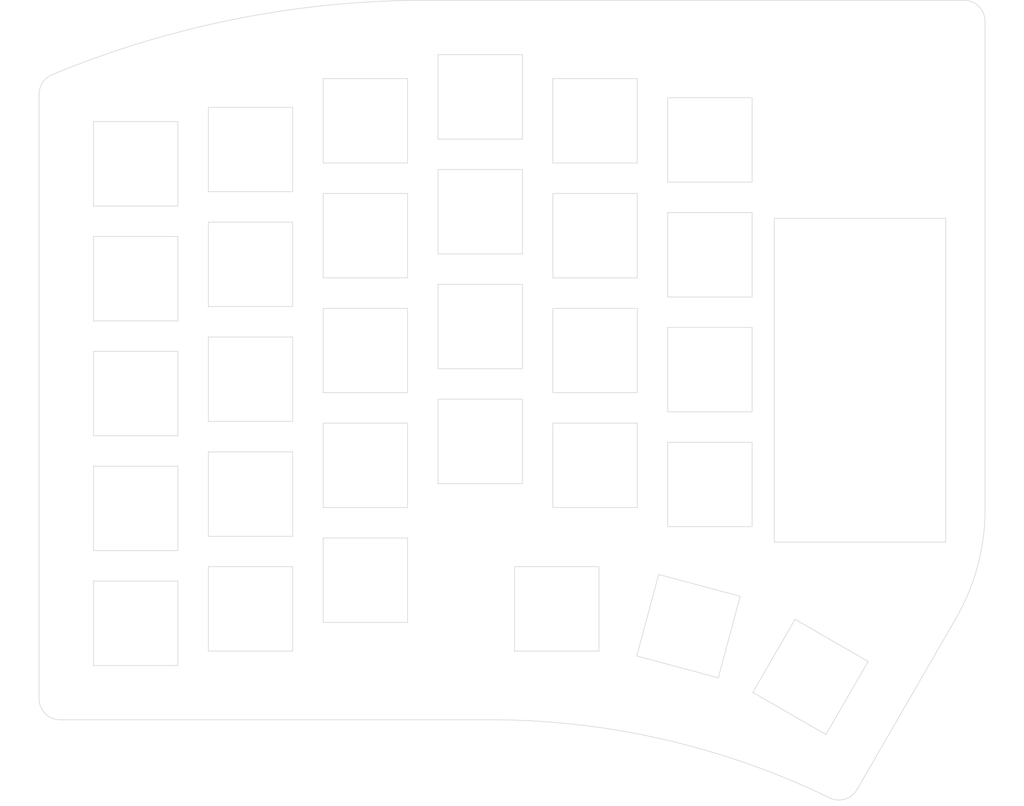
<source format=kicad_pcb>
(kicad_pcb (version 20171130) (host pcbnew "(5.1.6)-1")

  (general
    (thickness 1.6)
    (drawings 137)
    (tracks 0)
    (zones 0)
    (modules 12)
    (nets 1)
  )

  (page A3)
  (layers
    (0 F.Cu signal)
    (31 B.Cu signal)
    (32 B.Adhes user)
    (33 F.Adhes user)
    (34 B.Paste user)
    (35 F.Paste user)
    (36 B.SilkS user)
    (37 F.SilkS user)
    (38 B.Mask user)
    (39 F.Mask user)
    (40 Dwgs.User user)
    (41 Cmts.User user)
    (42 Eco1.User user)
    (43 Eco2.User user)
    (44 Edge.Cuts user)
    (45 Margin user)
    (46 B.CrtYd user)
    (47 F.CrtYd user)
    (48 B.Fab user)
    (49 F.Fab user)
  )

  (setup
    (last_trace_width 0.2)
    (user_trace_width 0.2)
    (user_trace_width 0.5)
    (user_trace_width 1)
    (user_trace_width 1.7526)
    (trace_clearance 0.2)
    (zone_clearance 0.2)
    (zone_45_only no)
    (trace_min 0.2)
    (via_size 0.6)
    (via_drill 0.3)
    (via_min_size 0.4)
    (via_min_drill 0.3)
    (user_via 0.6 0.3)
    (uvia_size 0.3)
    (uvia_drill 0.1)
    (uvias_allowed no)
    (uvia_min_size 0.2)
    (uvia_min_drill 0.1)
    (edge_width 0.1)
    (segment_width 0.2)
    (pcb_text_width 0.3)
    (pcb_text_size 1.5 1.5)
    (mod_edge_width 0.12)
    (mod_text_size 1 1)
    (mod_text_width 0.15)
    (pad_size 3.2 2)
    (pad_drill 2.8)
    (pad_to_mask_clearance 0)
    (aux_axis_origin 0 0)
    (visible_elements 7FFFFFFF)
    (pcbplotparams
      (layerselection 0x010fc_ffffffff)
      (usegerberextensions false)
      (usegerberattributes false)
      (usegerberadvancedattributes false)
      (creategerberjobfile false)
      (excludeedgelayer true)
      (linewidth 0.100000)
      (plotframeref false)
      (viasonmask false)
      (mode 1)
      (useauxorigin false)
      (hpglpennumber 1)
      (hpglpenspeed 20)
      (hpglpendiameter 15.000000)
      (psnegative false)
      (psa4output false)
      (plotreference true)
      (plotvalue true)
      (plotinvisibletext false)
      (padsonsilk false)
      (subtractmaskfromsilk false)
      (outputformat 1)
      (mirror false)
      (drillshape 0)
      (scaleselection 1)
      (outputdirectory "CantaloupeV2.0-Gerbers/"))
  )

  (net 0 "")

  (net_class Default "This is the default net class."
    (clearance 0.2)
    (trace_width 0.2)
    (via_dia 0.6)
    (via_drill 0.3)
    (uvia_dia 0.3)
    (uvia_drill 0.1)
  )

  (net_class Power ""
    (clearance 0.2)
    (trace_width 0.5)
    (via_dia 0.6)
    (via_drill 0.3)
    (uvia_dia 0.3)
    (uvia_drill 0.1)
  )

  (module MountingHole:MountingHole_2.2mm_M2 (layer F.Cu) (tedit 56D1B4CB) (tstamp 62060FB8)
    (at 169.62017 57.904883)
    (descr "Mounting Hole 2.2mm, no annular, M2")
    (tags "mounting hole 2.2mm no annular m2")
    (attr virtual)
    (fp_text reference REF** (at 0 -3.2) (layer F.SilkS) hide
      (effects (font (size 1 1) (thickness 0.15)))
    )
    (fp_text value MountingHole_2.2mm_M2 (at 0 3.2) (layer F.Fab)
      (effects (font (size 1 1) (thickness 0.15)))
    )
    (fp_circle (center 0 0) (end 2.2 0) (layer Cmts.User) (width 0.15))
    (fp_circle (center 0 0) (end 2.45 0) (layer F.CrtYd) (width 0.05))
    (fp_text user %R (at 0.3 0) (layer F.Fab)
      (effects (font (size 1 1) (thickness 0.15)))
    )
    (pad 1 np_thru_hole circle (at 0 0) (size 2.2 2.2) (drill 2.2) (layers *.Cu *.Mask))
  )

  (module MountingHole:MountingHole_2.2mm_M2 (layer F.Cu) (tedit 56D1B4CB) (tstamp 62060FB8)
    (at 168.571227 106.855249)
    (descr "Mounting Hole 2.2mm, no annular, M2")
    (tags "mounting hole 2.2mm no annular m2")
    (attr virtual)
    (fp_text reference REF** (at 0 -3.2) (layer F.SilkS) hide
      (effects (font (size 1 1) (thickness 0.15)))
    )
    (fp_text value MountingHole_2.2mm_M2 (at 0 3.2) (layer F.Fab)
      (effects (font (size 1 1) (thickness 0.15)))
    )
    (fp_circle (center 0 0) (end 2.2 0) (layer Cmts.User) (width 0.15))
    (fp_circle (center 0 0) (end 2.45 0) (layer F.CrtYd) (width 0.05))
    (fp_text user %R (at 0.3 0) (layer F.Fab)
      (effects (font (size 1 1) (thickness 0.15)))
    )
    (pad 1 np_thru_hole circle (at 0 0) (size 2.2 2.2) (drill 2.2) (layers *.Cu *.Mask))
  )

  (module MountingHole:MountingHole_2.2mm_M2 (layer F.Cu) (tedit 56D1B4CB) (tstamp 62060FB8)
    (at 157.048909 129.212984)
    (descr "Mounting Hole 2.2mm, no annular, M2")
    (tags "mounting hole 2.2mm no annular m2")
    (attr virtual)
    (fp_text reference REF** (at 0 -3.2) (layer F.SilkS) hide
      (effects (font (size 1 1) (thickness 0.15)))
    )
    (fp_text value MountingHole_2.2mm_M2 (at 0 3.2) (layer F.Fab)
      (effects (font (size 1 1) (thickness 0.15)))
    )
    (fp_circle (center 0 0) (end 2.2 0) (layer Cmts.User) (width 0.15))
    (fp_circle (center 0 0) (end 2.45 0) (layer F.CrtYd) (width 0.05))
    (fp_text user %R (at 0.3 0) (layer F.Fab)
      (effects (font (size 1 1) (thickness 0.15)))
    )
    (pad 1 np_thru_hole circle (at 0 0) (size 2.2 2.2) (drill 2.2) (layers *.Cu *.Mask))
  )

  (module MountingHole:MountingHole_2.2mm_M2 (layer F.Cu) (tedit 56D1B4CB) (tstamp 62060FB8)
    (at 148.50933 143.729308)
    (descr "Mounting Hole 2.2mm, no annular, M2")
    (tags "mounting hole 2.2mm no annular m2")
    (attr virtual)
    (fp_text reference REF** (at 0 -3.2) (layer F.SilkS) hide
      (effects (font (size 1 1) (thickness 0.15)))
    )
    (fp_text value MountingHole_2.2mm_M2 (at 0 3.2) (layer F.Fab)
      (effects (font (size 1 1) (thickness 0.15)))
    )
    (fp_circle (center 0 0) (end 2.2 0) (layer Cmts.User) (width 0.15))
    (fp_circle (center 0 0) (end 2.45 0) (layer F.CrtYd) (width 0.05))
    (fp_text user %R (at 0.3 0) (layer F.Fab)
      (effects (font (size 1 1) (thickness 0.15)))
    )
    (pad 1 np_thru_hole circle (at 0 0) (size 2.2 2.2) (drill 2.2) (layers *.Cu *.Mask))
  )

  (module MountingHole:MountingHole_2.2mm_M2 (layer F.Cu) (tedit 56D1B4CB) (tstamp 62060FB8)
    (at 107.523258 131.534264)
    (descr "Mounting Hole 2.2mm, no annular, M2")
    (tags "mounting hole 2.2mm no annular m2")
    (attr virtual)
    (fp_text reference REF** (at 0 -3.2) (layer F.SilkS) hide
      (effects (font (size 1 1) (thickness 0.15)))
    )
    (fp_text value MountingHole_2.2mm_M2 (at 0 3.2) (layer F.Fab)
      (effects (font (size 1 1) (thickness 0.15)))
    )
    (fp_circle (center 0 0) (end 2.2 0) (layer Cmts.User) (width 0.15))
    (fp_circle (center 0 0) (end 2.45 0) (layer F.CrtYd) (width 0.05))
    (fp_text user %R (at 0.3 0) (layer F.Fab)
      (effects (font (size 1 1) (thickness 0.15)))
    )
    (pad 1 np_thru_hole circle (at 0 0) (size 2.2 2.2) (drill 2.2) (layers *.Cu *.Mask))
  )

  (module MountingHole:MountingHole_2.2mm_M2 (layer F.Cu) (tedit 56D1B4CB) (tstamp 62060FB8)
    (at 61.666535 130.438053)
    (descr "Mounting Hole 2.2mm, no annular, M2")
    (tags "mounting hole 2.2mm no annular m2")
    (attr virtual)
    (fp_text reference REF** (at 0 -3.2) (layer F.SilkS) hide
      (effects (font (size 1 1) (thickness 0.15)))
    )
    (fp_text value MountingHole_2.2mm_M2 (at 0 3.2) (layer F.Fab)
      (effects (font (size 1 1) (thickness 0.15)))
    )
    (fp_circle (center 0 0) (end 2.2 0) (layer Cmts.User) (width 0.15))
    (fp_circle (center 0 0) (end 2.45 0) (layer F.CrtYd) (width 0.05))
    (fp_text user %R (at 0.3 0) (layer F.Fab)
      (effects (font (size 1 1) (thickness 0.15)))
    )
    (pad 1 np_thru_hole circle (at 0 0) (size 2.2 2.2) (drill 2.2) (layers *.Cu *.Mask))
  )

  (module MountingHole:MountingHole_2.2mm_M2 (layer F.Cu) (tedit 56D1B4CB) (tstamp 62060FB8)
    (at 18.859893 130.292416)
    (descr "Mounting Hole 2.2mm, no annular, M2")
    (tags "mounting hole 2.2mm no annular m2")
    (attr virtual)
    (fp_text reference REF** (at 0 -3.2) (layer F.SilkS) hide
      (effects (font (size 1 1) (thickness 0.15)))
    )
    (fp_text value MountingHole_2.2mm_M2 (at 0 3.2) (layer F.Fab)
      (effects (font (size 1 1) (thickness 0.15)))
    )
    (fp_circle (center 0 0) (end 2.2 0) (layer Cmts.User) (width 0.15))
    (fp_circle (center 0 0) (end 2.45 0) (layer F.CrtYd) (width 0.05))
    (fp_text user %R (at 0.3 0) (layer F.Fab)
      (effects (font (size 1 1) (thickness 0.15)))
    )
    (pad 1 np_thru_hole circle (at 0 0) (size 2.2 2.2) (drill 2.2) (layers *.Cu *.Mask))
  )

  (module MountingHole:MountingHole_2.2mm_M2 (layer F.Cu) (tedit 56D1B4CB) (tstamp 62060FB8)
    (at 18.713442 79.804796)
    (descr "Mounting Hole 2.2mm, no annular, M2")
    (tags "mounting hole 2.2mm no annular m2")
    (attr virtual)
    (fp_text reference REF** (at 0 -3.2) (layer F.SilkS) hide
      (effects (font (size 1 1) (thickness 0.15)))
    )
    (fp_text value MountingHole_2.2mm_M2 (at 0 3.2) (layer F.Fab)
      (effects (font (size 1 1) (thickness 0.15)))
    )
    (fp_circle (center 0 0) (end 2.2 0) (layer Cmts.User) (width 0.15))
    (fp_circle (center 0 0) (end 2.45 0) (layer F.CrtYd) (width 0.05))
    (fp_text user %R (at 0.3 0) (layer F.Fab)
      (effects (font (size 1 1) (thickness 0.15)))
    )
    (pad 1 np_thru_hole circle (at 0 0) (size 2.2 2.2) (drill 2.2) (layers *.Cu *.Mask))
  )

  (module MountingHole:MountingHole_2.2mm_M2 (layer F.Cu) (tedit 56D1B4CB) (tstamp 62060FB8)
    (at 18.795574 29.396166)
    (descr "Mounting Hole 2.2mm, no annular, M2")
    (tags "mounting hole 2.2mm no annular m2")
    (attr virtual)
    (fp_text reference REF** (at 0 -3.2) (layer F.SilkS) hide
      (effects (font (size 1 1) (thickness 0.15)))
    )
    (fp_text value MountingHole_2.2mm_M2 (at 0 3.2) (layer F.Fab)
      (effects (font (size 1 1) (thickness 0.15)))
    )
    (fp_circle (center 0 0) (end 2.2 0) (layer Cmts.User) (width 0.15))
    (fp_circle (center 0 0) (end 2.45 0) (layer F.CrtYd) (width 0.05))
    (fp_text user %R (at 0.3 0) (layer F.Fab)
      (effects (font (size 1 1) (thickness 0.15)))
    )
    (pad 1 np_thru_hole circle (at 0 0) (size 2.2 2.2) (drill 2.2) (layers *.Cu *.Mask))
  )

  (module MountingHole:MountingHole_2.2mm_M2 (layer F.Cu) (tedit 56D1B4CB) (tstamp 62060FB8)
    (at 79.348251 17.09674)
    (descr "Mounting Hole 2.2mm, no annular, M2")
    (tags "mounting hole 2.2mm no annular m2")
    (attr virtual)
    (fp_text reference REF** (at 0 -3.2) (layer F.SilkS) hide
      (effects (font (size 1 1) (thickness 0.15)))
    )
    (fp_text value MountingHole_2.2mm_M2 (at 0 3.2) (layer F.Fab)
      (effects (font (size 1 1) (thickness 0.15)))
    )
    (fp_circle (center 0 0) (end 2.2 0) (layer Cmts.User) (width 0.15))
    (fp_circle (center 0 0) (end 2.45 0) (layer F.CrtYd) (width 0.05))
    (fp_text user %R (at 0.3 0) (layer F.Fab)
      (effects (font (size 1 1) (thickness 0.15)))
    )
    (pad 1 np_thru_hole circle (at 0 0) (size 2.2 2.2) (drill 2.2) (layers *.Cu *.Mask))
  )

  (module MountingHole:MountingHole_2.2mm_M2 (layer F.Cu) (tedit 56D1B4CB) (tstamp 62060FB8)
    (at 136.71322 17.09688)
    (descr "Mounting Hole 2.2mm, no annular, M2")
    (tags "mounting hole 2.2mm no annular m2")
    (attr virtual)
    (fp_text reference REF** (at 0 -3.2) (layer F.SilkS) hide
      (effects (font (size 1 1) (thickness 0.15)))
    )
    (fp_text value MountingHole_2.2mm_M2 (at 0 3.2) (layer F.Fab)
      (effects (font (size 1 1) (thickness 0.15)))
    )
    (fp_circle (center 0 0) (end 2.2 0) (layer Cmts.User) (width 0.15))
    (fp_circle (center 0 0) (end 2.45 0) (layer F.CrtYd) (width 0.05))
    (fp_text user %R (at 0.3 0) (layer F.Fab)
      (effects (font (size 1 1) (thickness 0.15)))
    )
    (pad 1 np_thru_hole circle (at 0 0) (size 2.2 2.2) (drill 2.2) (layers *.Cu *.Mask))
  )

  (module MountingHole:MountingHole_2.2mm_M2 (layer F.Cu) (tedit 56D1B4CB) (tstamp 62060FB8)
    (at 169.473724 17.243406)
    (descr "Mounting Hole 2.2mm, no annular, M2")
    (tags "mounting hole 2.2mm no annular m2")
    (attr virtual)
    (fp_text reference REF** (at 0 -3.2) (layer F.SilkS) hide
      (effects (font (size 1 1) (thickness 0.15)))
    )
    (fp_text value MountingHole_2.2mm_M2 (at 0 3.2) (layer F.Fab)
      (effects (font (size 1 1) (thickness 0.15)))
    )
    (fp_circle (center 0 0) (end 2.2 0) (layer Cmts.User) (width 0.15))
    (fp_circle (center 0 0) (end 2.45 0) (layer F.CrtYd) (width 0.05))
    (fp_text user %R (at 0.3 0) (layer F.Fab)
      (effects (font (size 1 1) (thickness 0.15)))
    )
    (pad 1 np_thru_hole circle (at 0 0) (size 2.2 2.2) (drill 2.2) (layers *.Cu *.Mask))
  )

  (gr_line (start 119.984995 82.357797) (end 133.984995 82.357797) (layer Edge.Cuts) (width 0.1))
  (gr_line (start 133.984995 68.357797) (end 119.984995 68.357797) (layer Edge.Cuts) (width 0.1))
  (gr_line (start 133.984995 82.357797) (end 133.984995 68.357797) (layer Edge.Cuts) (width 0.1))
  (gr_line (start 133.984995 87.407797) (end 119.984995 87.407797) (layer Edge.Cuts) (width 0.1))
  (gr_line (start 133.984995 101.407797) (end 133.984995 87.407797) (layer Edge.Cuts) (width 0.1))
  (gr_line (start 119.984995 101.407797) (end 133.984995 101.407797) (layer Edge.Cuts) (width 0.1))
  (gr_line (start 128.378995 126.475497) (end 132.001995 112.953497) (layer Edge.Cuts) (width 0.1))
  (gr_line (start 114.855995 122.852497) (end 128.378995 126.475497) (layer Edge.Cuts) (width 0.1))
  (gr_line (start 137.661426 50.248959) (end 137.661426 103.963959) (layer Edge.Cuts) (width 0.1))
  (gr_line (start 146.227995 135.893497) (end 153.227995 123.769497) (layer Edge.Cuts) (width 0.1))
  (gr_line (start 166.101426 50.248959) (end 137.661426 50.248959) (layer Edge.Cuts) (width 0.1))
  (gr_line (start 137.661426 103.963959) (end 166.101426 103.963959) (layer Edge.Cuts) (width 0.1))
  (gr_line (start 134.103995 128.893497) (end 146.227995 135.893497) (layer Edge.Cuts) (width 0.1))
  (gr_line (start 141.103995 116.769497) (end 134.103995 128.893497) (layer Edge.Cuts) (width 0.1))
  (gr_line (start 132.001995 112.953497) (end 118.478995 109.329497) (layer Edge.Cuts) (width 0.1))
  (gr_line (start 153.227995 123.769497) (end 141.103995 116.769497) (layer Edge.Cuts) (width 0.1))
  (gr_line (start 133.984995 49.307797) (end 119.984995 49.307797) (layer Edge.Cuts) (width 0.1))
  (gr_line (start 133.984995 63.307797) (end 133.984995 49.307797) (layer Edge.Cuts) (width 0.1))
  (gr_line (start 119.984995 63.307797) (end 133.984995 63.307797) (layer Edge.Cuts) (width 0.1))
  (gr_line (start 133.984995 44.257797) (end 133.984995 30.257797) (layer Edge.Cuts) (width 0.1))
  (gr_line (start 119.984995 44.257797) (end 133.984995 44.257797) (layer Edge.Cuts) (width 0.1))
  (gr_line (start 57.784995 102.995197) (end 57.784995 88.995197) (layer Edge.Cuts) (width 0.1))
  (gr_line (start 57.784995 88.995197) (end 43.784995 88.995197) (layer Edge.Cuts) (width 0.1))
  (gr_line (start 62.834995 98.232797) (end 76.834995 98.232797) (layer Edge.Cuts) (width 0.1))
  (gr_line (start 76.834995 98.232797) (end 76.834995 84.232797) (layer Edge.Cuts) (width 0.1))
  (gr_line (start 62.834995 84.232797) (end 62.834995 98.232797) (layer Edge.Cuts) (width 0.1))
  (gr_line (start 43.784995 102.995197) (end 57.784995 102.995197) (layer Edge.Cuts) (width 0.1))
  (gr_line (start 43.784995 88.995197) (end 43.784995 102.995197) (layer Edge.Cuts) (width 0.1))
  (gr_line (start 76.834995 84.232797) (end 62.834995 84.232797) (layer Edge.Cuts) (width 0.1))
  (gr_line (start 38.734995 105.376497) (end 38.734995 91.376497) (layer Edge.Cuts) (width 0.1))
  (gr_line (start 62.834995 117.282497) (end 76.834995 117.282497) (layer Edge.Cuts) (width 0.1))
  (gr_line (start 76.834995 103.282697) (end 62.834995 103.282697) (layer Edge.Cuts) (width 0.1))
  (gr_line (start 57.784995 122.045497) (end 57.784995 108.045497) (layer Edge.Cuts) (width 0.1))
  (gr_line (start 76.834995 117.282497) (end 76.834995 103.282697) (layer Edge.Cuts) (width 0.1))
  (gr_line (start 62.834995 103.282697) (end 62.834995 117.282497) (layer Edge.Cuts) (width 0.1))
  (gr_line (start 43.784995 122.045497) (end 57.784995 122.045497) (layer Edge.Cuts) (width 0.1))
  (gr_line (start 43.784995 108.045497) (end 43.784995 122.045497) (layer Edge.Cuts) (width 0.1))
  (gr_line (start 38.734995 124.426497) (end 38.734995 110.426497) (layer Edge.Cuts) (width 0.1))
  (gr_line (start 57.784995 108.045497) (end 43.784995 108.045497) (layer Edge.Cuts) (width 0.1))
  (gr_line (start 57.784995 45.845297) (end 57.784995 31.845297) (layer Edge.Cuts) (width 0.1))
  (gr_line (start 62.834995 41.082797) (end 76.834995 41.082797) (layer Edge.Cuts) (width 0.1))
  (gr_line (start 43.784995 45.845297) (end 57.784995 45.845297) (layer Edge.Cuts) (width 0.1))
  (gr_line (start 43.784995 31.845297) (end 43.784995 45.845297) (layer Edge.Cuts) (width 0.1))
  (gr_line (start 57.784995 31.845297) (end 43.784995 31.845297) (layer Edge.Cuts) (width 0.1))
  (gr_line (start 38.734995 48.226497) (end 38.734995 34.226497) (layer Edge.Cuts) (width 0.1))
  (gr_line (start 76.834995 79.182697) (end 76.834995 65.182697) (layer Edge.Cuts) (width 0.1))
  (gr_line (start 62.834995 79.182697) (end 76.834995 79.182697) (layer Edge.Cuts) (width 0.1))
  (gr_line (start 57.784995 83.945197) (end 57.784995 69.945197) (layer Edge.Cuts) (width 0.1))
  (gr_line (start 43.784995 69.945197) (end 43.784995 83.945197) (layer Edge.Cuts) (width 0.1))
  (gr_line (start 62.834995 65.182697) (end 62.834995 79.182697) (layer Edge.Cuts) (width 0.1))
  (gr_line (start 38.734995 86.326497) (end 38.734995 72.326497) (layer Edge.Cuts) (width 0.1))
  (gr_line (start 76.834995 65.182697) (end 62.834995 65.182697) (layer Edge.Cuts) (width 0.1))
  (gr_line (start 57.784995 69.945197) (end 43.784995 69.945197) (layer Edge.Cuts) (width 0.1))
  (gr_line (start 43.784995 83.945197) (end 57.784995 83.945197) (layer Edge.Cuts) (width 0.1))
  (gr_line (start 62.834995 46.132797) (end 62.834995 60.132797) (layer Edge.Cuts) (width 0.1))
  (gr_line (start 57.784995 50.895297) (end 43.784995 50.895297) (layer Edge.Cuts) (width 0.1))
  (gr_line (start 57.784995 64.895297) (end 57.784995 50.895297) (layer Edge.Cuts) (width 0.1))
  (gr_line (start 43.784995 64.895297) (end 57.784995 64.895297) (layer Edge.Cuts) (width 0.1))
  (gr_line (start 62.834995 60.132797) (end 76.834995 60.132797) (layer Edge.Cuts) (width 0.1))
  (gr_line (start 43.784995 50.895297) (end 43.784995 64.895297) (layer Edge.Cuts) (width 0.1))
  (gr_line (start 76.834995 46.132797) (end 62.834995 46.132797) (layer Edge.Cuts) (width 0.1))
  (gr_line (start 76.834995 60.132797) (end 76.834995 46.132797) (layer Edge.Cuts) (width 0.1))
  (gr_line (start 38.734995 67.276497) (end 38.734995 53.276497) (layer Edge.Cuts) (width 0.1))
  (gr_line (start 38.734995 91.376497) (end 24.734995 91.376497) (layer Edge.Cuts) (width 0.1))
  (gr_line (start 24.734995 105.376497) (end 38.734995 105.376497) (layer Edge.Cuts) (width 0.1))
  (gr_line (start 24.734995 91.376497) (end 24.734995 105.376497) (layer Edge.Cuts) (width 0.1))
  (gr_line (start 38.734995 110.426497) (end 24.734995 110.426497) (layer Edge.Cuts) (width 0.1))
  (gr_line (start 24.734995 110.426497) (end 24.734995 124.426497) (layer Edge.Cuts) (width 0.1))
  (gr_line (start 24.734995 124.426497) (end 38.734995 124.426497) (layer Edge.Cuts) (width 0.1))
  (gr_line (start 24.734995 48.226497) (end 38.734995 48.226497) (layer Edge.Cuts) (width 0.1))
  (gr_line (start 24.734995 34.226497) (end 24.734995 48.226497) (layer Edge.Cuts) (width 0.1))
  (gr_line (start 38.734995 34.226497) (end 24.734995 34.226497) (layer Edge.Cuts) (width 0.1))
  (gr_line (start 38.734995 72.326497) (end 24.734995 72.326497) (layer Edge.Cuts) (width 0.1))
  (gr_line (start 24.734995 86.326497) (end 38.734995 86.326497) (layer Edge.Cuts) (width 0.1))
  (gr_line (start 24.734995 72.326497) (end 24.734995 86.326497) (layer Edge.Cuts) (width 0.1))
  (gr_line (start 24.734995 67.276497) (end 38.734995 67.276497) (layer Edge.Cuts) (width 0.1))
  (gr_line (start 38.734995 53.276497) (end 24.734995 53.276497) (layer Edge.Cuts) (width 0.1))
  (gr_line (start 24.734995 53.276497) (end 24.734995 67.276497) (layer Edge.Cuts) (width 0.1))
  (gr_line (start 95.884995 80.263997) (end 81.884995 80.263997) (layer Edge.Cuts) (width 0.1))
  (gr_line (start 81.884995 80.263997) (end 81.884995 94.263997) (layer Edge.Cuts) (width 0.1))
  (gr_line (start 100.934995 84.232697) (end 100.934995 98.232697) (layer Edge.Cuts) (width 0.1))
  (gr_line (start 119.984995 68.357797) (end 119.984995 82.357797) (layer Edge.Cuts) (width 0.1))
  (gr_line (start 114.934995 65.182797) (end 100.934995 65.182797) (layer Edge.Cuts) (width 0.1))
  (gr_line (start 114.934995 79.182797) (end 114.934995 65.182797) (layer Edge.Cuts) (width 0.1))
  (gr_line (start 81.884995 94.263997) (end 95.884995 94.263997) (layer Edge.Cuts) (width 0.1))
  (gr_line (start 95.884995 94.263997) (end 95.884995 80.263997) (layer Edge.Cuts) (width 0.1))
  (gr_line (start 119.984995 87.407797) (end 119.984995 101.407797) (layer Edge.Cuts) (width 0.1))
  (gr_line (start 114.934995 84.232697) (end 100.934995 84.232697) (layer Edge.Cuts) (width 0.1))
  (gr_line (start 100.934995 98.232697) (end 114.934995 98.232697) (layer Edge.Cuts) (width 0.1))
  (gr_line (start 108.584995 108.045497) (end 94.584995 108.045497) (layer Edge.Cuts) (width 0.1))
  (gr_line (start 114.934995 98.232697) (end 114.934995 84.232697) (layer Edge.Cuts) (width 0.1))
  (gr_line (start 95.884995 23.113997) (end 81.884995 23.113997) (layer Edge.Cuts) (width 0.1))
  (gr_line (start 100.934995 27.082697) (end 100.934995 41.082697) (layer Edge.Cuts) (width 0.1))
  (gr_line (start 114.934995 41.082697) (end 114.934995 27.082697) (layer Edge.Cuts) (width 0.1))
  (gr_line (start 114.934995 27.082697) (end 100.934995 27.082697) (layer Edge.Cuts) (width 0.1))
  (gr_line (start 81.884995 37.113997) (end 95.884995 37.113997) (layer Edge.Cuts) (width 0.1))
  (gr_line (start 62.834995 27.082797) (end 62.834995 41.082797) (layer Edge.Cuts) (width 0.1))
  (gr_line (start 95.884995 37.113997) (end 95.884995 23.113997) (layer Edge.Cuts) (width 0.1))
  (gr_line (start 81.884995 23.113997) (end 81.884995 37.113997) (layer Edge.Cuts) (width 0.1))
  (gr_line (start 76.834995 41.082797) (end 76.834995 27.082797) (layer Edge.Cuts) (width 0.1))
  (gr_line (start 76.834995 27.082797) (end 62.834995 27.082797) (layer Edge.Cuts) (width 0.1))
  (gr_line (start 100.934995 41.082697) (end 114.934995 41.082697) (layer Edge.Cuts) (width 0.1))
  (gr_line (start 119.984995 49.307797) (end 119.984995 63.307797) (layer Edge.Cuts) (width 0.1))
  (gr_line (start 81.884995 75.213997) (end 95.884995 75.213997) (layer Edge.Cuts) (width 0.1))
  (gr_line (start 114.934995 46.132697) (end 100.934995 46.132697) (layer Edge.Cuts) (width 0.1))
  (gr_line (start 100.934995 79.182797) (end 114.934995 79.182797) (layer Edge.Cuts) (width 0.1))
  (gr_line (start 95.884995 75.213997) (end 95.884995 61.213997) (layer Edge.Cuts) (width 0.1))
  (gr_line (start 95.884995 61.213997) (end 81.884995 61.213997) (layer Edge.Cuts) (width 0.1))
  (gr_line (start 100.934995 65.182797) (end 100.934995 79.182797) (layer Edge.Cuts) (width 0.1))
  (gr_line (start 81.884995 61.213997) (end 81.884995 75.213997) (layer Edge.Cuts) (width 0.1))
  (gr_line (start 81.884995 56.163997) (end 95.884995 56.163997) (layer Edge.Cuts) (width 0.1))
  (gr_line (start 119.984995 30.257797) (end 119.984995 44.257797) (layer Edge.Cuts) (width 0.1))
  (gr_line (start 114.934995 60.132697) (end 114.934995 46.132697) (layer Edge.Cuts) (width 0.1))
  (gr_line (start 100.934995 46.132697) (end 100.934995 60.132697) (layer Edge.Cuts) (width 0.1))
  (gr_line (start 100.934995 60.132697) (end 114.934995 60.132697) (layer Edge.Cuts) (width 0.1))
  (gr_line (start 95.884995 56.163997) (end 95.884995 42.163997) (layer Edge.Cuts) (width 0.1))
  (gr_line (start 81.884995 42.163997) (end 81.884995 56.163997) (layer Edge.Cuts) (width 0.1))
  (gr_line (start 95.884995 42.163997) (end 81.884995 42.163997) (layer Edge.Cuts) (width 0.1))
  (gr_line (start 133.984995 30.257797) (end 119.984995 30.257797) (layer Edge.Cuts) (width 0.1))
  (gr_line (start 94.584995 122.045497) (end 108.584995 122.045497) (layer Edge.Cuts) (width 0.1))
  (gr_line (start 108.584995 122.045497) (end 108.584995 108.045497) (layer Edge.Cuts) (width 0.1))
  (gr_line (start 94.584995 108.045497) (end 94.584995 122.045497) (layer Edge.Cuts) (width 0.1))
  (gr_line (start 118.478995 109.329497) (end 114.855995 122.852497) (layer Edge.Cuts) (width 0.1))
  (gr_line (start 166.101426 50.248959) (end 166.101426 103.963959) (layer Edge.Cuts) (width 0.1))
  (gr_arc (start 79.877279 176.01929) (end 79.343285 14.09674) (angle -22.33249856) (layer Edge.Cuts) (width 0.1))
  (gr_arc (start 169.12017 17.596959) (end 172.62017 17.596959) (angle -90) (layer Edge.Cuts) (width 0.1))
  (gr_arc (start 136.55744 98.584819) (end 167.905751 116.416109) (angle -30.2489867) (layer Edge.Cuts) (width 0.1))
  (gr_line (start 167.905751 116.416109) (end 151.392624 145.002234) (layer Edge.Cuts) (width 0.1))
  (gr_line (start 172.62017 17.596959) (end 172.62017 98.196295) (layer Edge.Cuts) (width 0.1))
  (gr_line (start 79.343285 14.09674) (end 169.12017 14.096959) (layer Edge.Cuts) (width 0.1))
  (gr_line (start 92.013972 133.437247) (end 19.210503 133.438859) (layer Edge.Cuts) (width 0.1))
  (gr_arc (start 148.361945 143.251524) (end 146.84414 146.405295) (angle -85.68655096) (layer Edge.Cuts) (width 0.1))
  (gr_arc (start 19.213442 29.670732) (end 17.873224 26.437496) (angle -67.48536767) (layer Edge.Cuts) (width 0.1))
  (gr_line (start 15.713442 29.670732) (end 15.713442 129.938859) (layer Edge.Cuts) (width 0.1))
  (gr_line (start 144.435837 145.246169) (end 146.84414 146.405295) (layer Edge.Cuts) (width 0.1))
  (gr_arc (start 90.456642 262.609858) (end 144.435837 145.246169) (angle -24.00843008) (layer Edge.Cuts) (width 0.1))
  (gr_arc (start 19.213442 129.938859) (end 15.713442 129.938859) (angle -90.00126916) (layer Edge.Cuts) (width 0.1))

)

</source>
